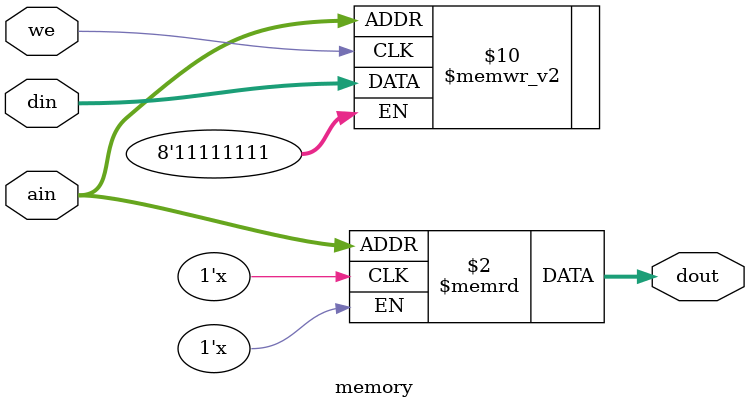
<source format=v>
module memory
(
	input wire [N-1:0]	din,
	input wire [N-1:0]	ain,
	input wire			we,
	output wire [N-1:0]	dout
);
	parameter N=8;
	reg [N-1:0] do_r [255:0];

	assign dout = do_r[ain];

	always @(negedge we)
	begin
		do_r[ain] <= din;
	end

endmodule

</source>
